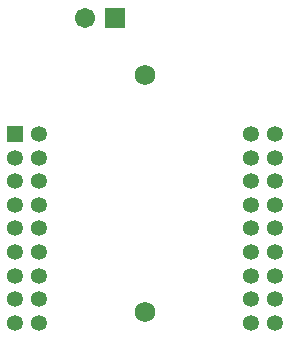
<source format=gts>
G04*
G04 #@! TF.GenerationSoftware,Altium Limited,Altium Designer,19.1.5 (86)*
G04*
G04 Layer_Color=8388736*
%FSLAX25Y25*%
%MOIN*%
G70*
G01*
G75*
%ADD12C,0.06706*%
%ADD13R,0.06706X0.06706*%
%ADD14C,0.06800*%
%ADD15C,0.05328*%
%ADD16R,0.05328X0.05328*%
D12*
X31642Y114206D02*
D03*
D13*
X41642D02*
D03*
D14*
X51681Y94988D02*
D03*
Y16248D02*
D03*
D15*
X87114Y12509D02*
D03*
Y20383D02*
D03*
Y28257D02*
D03*
Y36131D02*
D03*
Y44005D02*
D03*
Y51879D02*
D03*
Y59753D02*
D03*
Y67627D02*
D03*
Y75501D02*
D03*
X94988Y12509D02*
D03*
Y20383D02*
D03*
Y28257D02*
D03*
Y36131D02*
D03*
Y44005D02*
D03*
Y51879D02*
D03*
Y59753D02*
D03*
Y67627D02*
D03*
Y75502D02*
D03*
X16248Y12509D02*
D03*
Y20383D02*
D03*
Y28257D02*
D03*
Y36131D02*
D03*
Y44005D02*
D03*
Y51879D02*
D03*
Y59753D02*
D03*
Y67627D02*
D03*
Y75501D02*
D03*
X8374Y12509D02*
D03*
Y20383D02*
D03*
Y28257D02*
D03*
Y36131D02*
D03*
Y44005D02*
D03*
Y51879D02*
D03*
Y59753D02*
D03*
Y67627D02*
D03*
D16*
Y75502D02*
D03*
M02*

</source>
